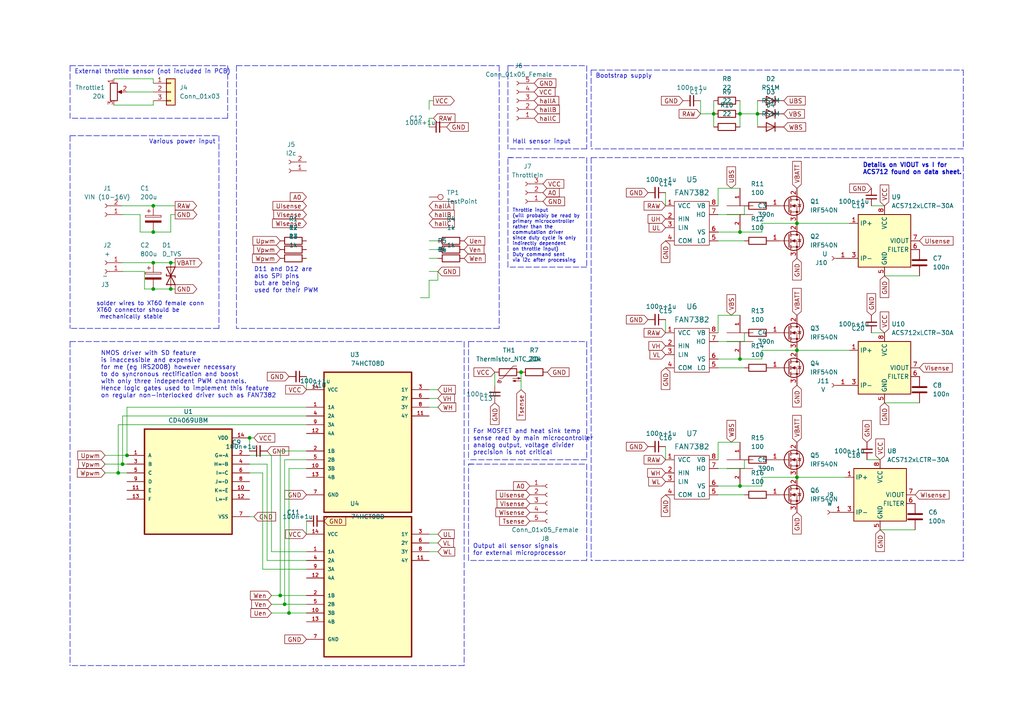
<source format=kicad_sch>
(kicad_sch (version 20211123) (generator eeschema)
  (paper "A4")
  (lib_symbols
    (symbol "74HCT08D:74HCT08D" (pin_names (offset 1.016))
      (property "Reference" "U" (at -5.1662 20.003 0))
      (property "Value" "74HCT08D" (at -4.0658 -27.3423 0))
      (symbol "74HCT08D_0_0"
        (pin input line (at -17.78 7.62 0) (length 5.08) (name "1A") (number "1"))
        (pin input line (at -17.78 -10.16 0) (length 5.08) (name "3B") (number "10"))
        (pin output line (at 17.78 5.08 180) (length 5.08) (name "4Y") (number "11"))
        (pin input line (at -17.78 0 0) (length 5.08) (name "4A") (number "12"))
        (pin input line (at -17.78 -12.7 0) (length 5.08) (name "4B") (number "13"))
        (pin power_in line (at -17.78 12.7 0) (length 5.08) (name "VCC") (number "14"))
        (pin input line (at -17.78 -5.08 0) (length 5.08) (name "1B") (number "2"))
        (pin output line (at 17.78 12.7 180) (length 5.08) (name "1Y") (number "3"))
        (pin input line (at -17.78 5.08 0) (length 5.08) (name "2A") (number "4"))
        (pin input line (at -17.78 -7.62 0) (length 5.08) (name "2B") (number "5"))
        (pin output line (at 17.78 10.16 180) (length 5.08) (name "2Y") (number "6"))
        (pin passive line (at -17.78 -17.78 0) (length 5.08) (name "GND") (number "7"))
        (pin output line (at 17.78 7.62 180) (length 5.08) (name "3Y") (number "8"))
        (pin input line (at -17.78 2.54 0) (length 5.08) (name "3A") (number "9"))
      )
    )
    (symbol "CD4069UBM:CD4069UBM" (pin_names (offset 1.016))
      (property "Reference" "U" (at -12.7 16.24 0))
      (property "Value" "CD4069UBM" (at -12.7 -19.24 0))
      (symbol "CD4069UBM_0_0"
        (pin input line (at -17.78 7.62 0) (length 5.08) (name "A") (number "1"))
        (pin output line (at 17.78 -2.54 180) (length 5.08) (name "K=~E") (number "10"))
        (pin input line (at -17.78 -2.54 0) (length 5.08) (name "E") (number "11"))
        (pin output line (at 17.78 -5.08 180) (length 5.08) (name "L=~F") (number "12"))
        (pin input line (at -17.78 -5.08 0) (length 5.08) (name "F") (number "13"))
        (pin power_in line (at 17.78 12.7 180) (length 5.08) (name "VDD") (number "14"))
        (pin output line (at 17.78 7.62 180) (length 5.08) (name "G=~A") (number "2"))
        (pin input line (at -17.78 5.08 0) (length 5.08) (name "B") (number "3"))
        (pin output line (at 17.78 5.08 180) (length 5.08) (name "H=~B") (number "4"))
        (pin input line (at -17.78 2.54 0) (length 5.08) (name "C") (number "5"))
        (pin output line (at 17.78 2.54 180) (length 5.08) (name "I=~C") (number "6"))
        (pin power_in line (at 17.78 -10.16 180) (length 5.08) (name "VSS") (number "7"))
        (pin output line (at 17.78 0 180) (length 5.08) (name "J=~D") (number "8"))
        (pin input line (at -17.78 0 0) (length 5.08) (name "D") (number "9"))
      )
    )
    (symbol "Connector:Conn_01x01_Female" (pin_names (offset 1.016) hide)
      (property "Reference" "J" (at 0 2.54 0))
      (property "Value" "Conn_01x01_Female" (at 0 -2.54 0))
      (symbol "Conn_01x01_Female_1_1"
        (pin passive line (at -5.08 0 0) (length 3.81) (name "Pin_1") (number "1"))
      )
    )
    (symbol "Connector:Conn_01x02_Female" (pin_names (offset 1.016) hide)
      (property "Reference" "J" (at 0 2.54 0))
      (property "Value" "Conn_01x02_Female" (at 0 -5.08 0))
      (symbol "Conn_01x02_Female_1_1"
        (pin passive line (at -5.08 0 0) (length 3.81) (name "Pin_1") (number "1"))
        (pin passive line (at -5.08 -2.54 0) (length 3.81) (name "Pin_2") (number "2"))
      )
    )
    (symbol "Connector:Conn_01x03_Female" (pin_names (offset 1.016) hide)
      (property "Reference" "J" (at 0 5.08 0))
      (property "Value" "Conn_01x03_Female" (at 0 -5.08 0))
      (symbol "Conn_01x03_Female_1_1"
        (pin passive line (at -5.08 2.54 0) (length 3.81) (name "Pin_1") (number "1"))
        (pin passive line (at -5.08 0 0) (length 3.81) (name "Pin_2") (number "2"))
        (pin passive line (at -5.08 -2.54 0) (length 3.81) (name "Pin_3") (number "3"))
      )
    )
    (symbol "Connector:Conn_01x05_Female" (pin_names (offset 1.016) hide)
      (property "Reference" "J" (at 0 7.62 0))
      (property "Value" "Conn_01x05_Female" (at 0 -7.62 0))
      (symbol "Conn_01x05_Female_1_1"
        (pin passive line (at -5.08 5.08 0) (length 3.81) (name "Pin_1") (number "1"))
        (pin passive line (at -5.08 2.54 0) (length 3.81) (name "Pin_2") (number "2"))
        (pin passive line (at -5.08 0 0) (length 3.81) (name "Pin_3") (number "3"))
        (pin passive line (at -5.08 -2.54 0) (length 3.81) (name "Pin_4") (number "4"))
        (pin passive line (at -5.08 -5.08 0) (length 3.81) (name "Pin_5") (number "5"))
      )
    )
    (symbol "Connector:TestPoint" (pin_numbers hide) (pin_names (offset 0.762) hide)
      (property "Reference" "TP" (at 0 6.858 0))
      (property "Value" "TestPoint" (at 0 5.08 0))
      (symbol "TestPoint_1_1"
        (pin passive line (at 0 0 90) (length 2.54) (name "1") (number "1"))
      )
    )
    (symbol "Connector_Generic:Conn_01x03" (pin_names (offset 1.016) hide)
      (property "Reference" "J" (at 0 5.08 0))
      (property "Value" "Conn_01x03" (at 0 -5.08 0))
      (symbol "Conn_01x03_1_1"
        (pin passive line (at -5.08 2.54 0) (length 3.81) (name "Pin_1") (number "1"))
        (pin passive line (at -5.08 0 0) (length 3.81) (name "Pin_2") (number "2"))
        (pin passive line (at -5.08 -2.54 0) (length 3.81) (name "Pin_3") (number "3"))
      )
    )
    (symbol "Device:C" (pin_numbers hide) (pin_names (offset 0.254))
      (property "Reference" "C" (at 0.635 2.54 0))
      (property "Value" "C" (at 0.635 -2.54 0))
      (symbol "C_1_1"
        (pin passive line (at 0 3.81 270) (length 2.794) (name "~") (number "1"))
        (pin passive line (at 0 -3.81 90) (length 2.794) (name "~") (number "2"))
      )
    )
    (symbol "Device:C_Polarized" (pin_numbers hide) (pin_names (offset 0.254))
      (property "Reference" "C" (at 0.635 2.54 0))
      (property "Value" "C_Polarized" (at 0.635 -2.54 0))
      (symbol "C_Polarized_1_1"
        (pin passive line (at 0 3.81 270) (length 2.794) (name "~") (number "1"))
        (pin passive line (at 0 -3.81 90) (length 2.794) (name "~") (number "2"))
      )
    )
    (symbol "Device:C_Small" (pin_numbers hide) (pin_names (offset 0.254) hide)
      (property "Reference" "C" (at 0.254 1.778 0))
      (property "Value" "C_Small" (at 0.254 -2.032 0))
      (symbol "C_Small_1_1"
        (pin passive line (at 0 2.54 270) (length 2.032) (name "~") (number "1"))
        (pin passive line (at 0 -2.54 90) (length 2.032) (name "~") (number "2"))
      )
    )
    (symbol "Device:D_TVS" (pin_numbers hide) (pin_names (offset 1.016) hide)
      (property "Reference" "D" (at 0 2.54 0))
      (property "Value" "D_TVS" (at 0 -2.54 0))
      (symbol "D_TVS_1_1"
        (pin passive line (at -3.81 0 0) (length 2.54) (name "A1") (number "1"))
        (pin passive line (at 3.81 0 180) (length 2.54) (name "A2") (number "2"))
      )
    )
    (symbol "Device:R" (pin_numbers hide) (pin_names (offset 0))
      (property "Reference" "R" (at 2.032 0 90))
      (property "Value" "R" (at 0 0 90))
      (symbol "R_1_1"
        (pin passive line (at 0 3.81 270) (length 1.27) (name "~") (number "1"))
        (pin passive line (at 0 -3.81 90) (length 1.27) (name "~") (number "2"))
      )
    )
    (symbol "Device:R_Potentiometer" (pin_names (offset 1.016) hide)
      (property "Reference" "RV" (at -4.445 0 90))
      (property "Value" "R_Potentiometer" (at -2.54 0 90))
      (symbol "R_Potentiometer_1_1"
        (pin passive line (at 0 3.81 270) (length 1.27) (name "1") (number "1"))
        (pin passive line (at 3.81 0 180) (length 1.27) (name "2") (number "2"))
        (pin passive line (at 0 -3.81 90) (length 1.27) (name "3") (number "3"))
      )
    )
    (symbol "Device:Thermistor_NTC" (pin_numbers hide) (pin_names (offset 0))
      (property "Reference" "TH" (at -4.445 0 90))
      (property "Value" "Thermistor_NTC" (at 3.175 0 90))
      (symbol "Thermistor_NTC_1_1"
        (pin passive line (at 0 3.81 270) (length 1.27) (name "~") (number "1"))
        (pin passive line (at 0 -3.81 90) (length 1.27) (name "~") (number "2"))
      )
    )
    (symbol "Diode:1N4007" (pin_numbers hide) (pin_names (offset 1.016) hide)
      (property "Reference" "D" (at 0 2.54 0))
      (property "Value" "1N4007" (at 0 -2.54 0))
      (symbol "1N4007_1_1"
        (pin passive line (at -3.81 0 0) (length 2.54) (name "K") (number "1"))
        (pin passive line (at 3.81 0 180) (length 2.54) (name "A") (number "2"))
      )
    )
    (symbol "Sensor_Current:ACS712xLCTR-30A"
      (property "Reference" "U" (at 2.54 11.43 0))
      (property "Value" "ACS712xLCTR-30A" (at 2.54 8.89 0))
      (symbol "ACS712xLCTR-30A_1_1"
        (pin passive line (at -10.16 5.08 0) (length 2.54) (name "IP+") (number "1"))
        (pin passive line (at -10.16 5.08 0) (length 2.54) hide (name "IP+") (number "2"))
        (pin passive line (at -10.16 -5.08 0) (length 2.54) (name "IP-") (number "3"))
        (pin passive line (at -10.16 -5.08 0) (length 2.54) hide (name "IP-") (number "4"))
        (pin power_in line (at 0 -10.16 90) (length 2.54) (name "GND") (number "5"))
        (pin passive line (at 10.16 -2.54 180) (length 2.54) (name "FILTER") (number "6"))
        (pin output line (at 10.16 0 180) (length 2.54) (name "VIOUT") (number "7"))
        (pin power_in line (at 0 10.16 270) (length 2.54) (name "VCC") (number "8"))
      )
    )
    (symbol "Transistor_FET:IRF540N" (pin_names hide)
      (property "Reference" "Q" (at 6.35 1.905 0))
      (property "Value" "IRF540N" (at 6.35 0 0))
      (symbol "IRF540N_1_1"
        (pin input line (at -5.08 0 0) (length 2.54) (name "G") (number "1"))
        (pin passive line (at 2.54 5.08 270) (length 2.54) (name "D") (number "2"))
        (pin passive line (at 2.54 -5.08 90) (length 2.54) (name "S") (number "3"))
      )
    )
    (symbol "pspice:C" (pin_names (offset 0.254))
      (property "Reference" "C" (at 2.54 3.81 90))
      (property "Value" "C" (at 2.54 -3.81 90))
      (symbol "C_1_1"
        (pin passive line (at 0 6.35 270) (length 5.08) (name "~") (number "1"))
        (pin passive line (at 0 -6.35 90) (length 5.08) (name "~") (number "2"))
      )
    )
    (symbol "w_analog:FAN7382" (pin_names (offset 1.016))
      (property "Reference" "U" (at 0 10.16 0))
      (property "Value" "FAN7382" (at 0 7.62 0))
      (property "Datasheet" "/home/walter/Documents/Elettronica/DATA_SHEET/Elettronici/Integrati/Analogici/Drivers/FCD_FAN7382.pdf" (at 0 0 0))
      (symbol "FAN7382_1_1"
        (pin passive line (at -7.62 5.08 0) (length 2.54) (name "VCC") (number "1"))
        (pin passive line (at -7.62 1.27 0) (length 2.54) (name "HIN") (number "2"))
        (pin passive line (at -7.62 -1.27 0) (length 2.54) (name "LIN") (number "3"))
        (pin passive line (at -7.62 -5.08 0) (length 2.54) (name "COM") (number "4"))
        (pin passive line (at 7.62 -5.08 180) (length 2.54) (name "LO") (number "5"))
        (pin passive line (at 7.62 -2.54 180) (length 2.54) (name "VS") (number "6"))
        (pin passive line (at 7.62 2.54 180) (length 2.54) (name "HO") (number "7"))
        (pin passive line (at 7.62 5.08 180) (length 2.54) (name "VB") (number "8"))
      )
    )
  )
  (junction (at 83.82 177.8))
  (junction (at 151.13 107.95))
  (junction (at 44.45 59.69))
  (junction (at 44.45 83.82))
  (junction (at 214.63 33.02))
  (junction (at 207.01 33.02))
  (junction (at 231.14 101.6))
  (junction (at 49.53 76.2))
  (junction (at 214.63 140.97))
  (junction (at 214.63 104.14))
  (junction (at 34.29 137.16))
  (junction (at 36.83 132.08))
  (junction (at 231.14 64.77))
  (junction (at 231.14 138.43))
  (junction (at 44.45 76.2))
  (junction (at 81.28 172.72))
  (junction (at 219.71 33.02))
  (junction (at 214.63 67.31))
  (junction (at 35.56 134.62))
  (junction (at 72.39 127))
  (junction (at 44.45 67.31))
  (junction (at 49.53 83.82))
  (junction (at 82.55 175.26))
  (wire (pts (xy 214.63 33.02) (xy 219.71 33.02)))
  (wire (pts (xy 193.04 59.69) (xy 193.04 55.88)))
  (wire (pts (xy 127 157.48) (xy 124.46 157.48)))
  (polyline (pts (xy 134.62 193.04) (xy 20.32 193.04)))
  (polyline (pts (xy 63.5 95.25) (xy 20.32 95.25)))
  (wire (pts (xy 207.01 33.02) (xy 207.01 36.83)))
  (wire (pts (xy 40.64 67.31) (xy 44.45 67.31)))
  (wire (pts (xy 83.82 135.89) (xy 88.9 135.89)))
  (wire (pts (xy 208.28 91.44) (xy 214.63 91.44)))
  (wire (pts (xy 78.74 177.8) (xy 83.82 177.8)))
  (wire (pts (xy 151.13 107.95) (xy 151.13 113.03)))
  (wire (pts (xy 255.27 153.67) (xy 265.43 153.67)))
  (polyline (pts (xy 170.18 99.06) (xy 170.18 133.35)))
  (polyline (pts (xy 20.32 39.37) (xy 63.5 39.37)))
  (wire (pts (xy 208.28 91.44) (xy 208.28 96.52)))
  (wire (pts (xy 127 81.28) (xy 124.46 81.28)))
  (wire (pts (xy 81.28 172.72) (xy 88.9 172.72)))
  (wire (pts (xy 208.28 128.27) (xy 208.28 133.35)))
  (wire (pts (xy 215.9 99.06) (xy 215.9 96.52)))
  (wire (pts (xy 220.98 140.97) (xy 220.98 138.43)))
  (polyline (pts (xy 171.45 20.32) (xy 171.45 43.18)))
  (wire (pts (xy 220.98 64.77) (xy 231.14 64.77)))
  (wire (pts (xy 214.63 33.02) (xy 214.63 36.83)))
  (wire (pts (xy 252.73 96.52) (xy 256.54 96.52)))
  (wire (pts (xy 193.04 133.35) (xy 193.04 129.54)))
  (polyline (pts (xy 20.32 99.06) (xy 20.32 193.04)))
  (wire (pts (xy 220.98 101.6) (xy 231.14 101.6)))
  (wire (pts (xy 44.45 29.21) (xy 44.45 30.48)))
  (wire (pts (xy 34.29 137.16) (xy 34.29 123.19)))
  (wire (pts (xy 256.54 116.84) (xy 266.7 116.84)))
  (wire (pts (xy 44.45 59.69) (xy 35.56 59.69)))
  (wire (pts (xy 208.28 99.06) (xy 215.9 99.06)))
  (wire (pts (xy 36.83 26.67) (xy 44.45 26.67)))
  (polyline (pts (xy 66.04 19.05) (xy 66.04 34.29)))
  (wire (pts (xy 208.28 128.27) (xy 214.63 128.27)))
  (polyline (pts (xy 20.32 19.05) (xy 66.04 19.05)))
  (wire (pts (xy 41.91 83.82) (xy 44.45 83.82)))
  (wire (pts (xy 220.98 104.14) (xy 220.98 101.6)))
  (polyline (pts (xy 171.45 20.32) (xy 279.4 20.32)))
  (wire (pts (xy 49.53 76.2) (xy 44.45 76.2)))
  (wire (pts (xy 127 78.74) (xy 124.46 78.74)))
  (polyline (pts (xy 147.32 19.05) (xy 147.32 43.18)))
  (wire (pts (xy 124.46 86.36) (xy 121.92 86.36)))
  (wire (pts (xy 127 69.85) (xy 124.46 69.85)))
  (wire (pts (xy 82.55 175.26) (xy 82.55 133.35)))
  (wire (pts (xy 127 78.74) (xy 127 81.28)))
  (wire (pts (xy 83.82 177.8) (xy 88.9 177.8)))
  (wire (pts (xy 72.39 132.08) (xy 78.74 132.08)))
  (wire (pts (xy 82.55 175.26) (xy 88.9 175.26)))
  (wire (pts (xy 208.28 69.85) (xy 215.9 69.85)))
  (polyline (pts (xy 147.32 45.72) (xy 148.59 45.72)))
  (polyline (pts (xy 144.78 19.05) (xy 144.78 95.25)))
  (wire (pts (xy 83.82 135.89) (xy 83.82 177.8)))
  (polyline (pts (xy 135.89 162.56) (xy 135.89 134.62)))
  (wire (pts (xy 76.2 137.16) (xy 76.2 165.1)))
  (wire (pts (xy 36.83 132.08) (xy 36.83 118.11)))
  (wire (pts (xy 50.8 59.69) (xy 44.45 59.69)))
  (wire (pts (xy 208.28 67.31) (xy 214.63 67.31)))
  (wire (pts (xy 214.63 29.21) (xy 214.63 33.02)))
  (wire (pts (xy 143.51 107.95) (xy 143.51 111.76)))
  (polyline (pts (xy 170.18 134.62) (xy 170.18 162.56)))
  (wire (pts (xy 34.29 123.19) (xy 88.9 123.19)))
  (wire (pts (xy 251.46 133.35) (xy 255.27 133.35)))
  (wire (pts (xy 220.98 67.31) (xy 220.98 64.77)))
  (wire (pts (xy 215.9 62.23) (xy 215.9 59.69)))
  (wire (pts (xy 208.28 106.68) (xy 215.9 106.68)))
  (wire (pts (xy 124.46 29.21) (xy 124.46 31.75)))
  (wire (pts (xy 30.48 132.08) (xy 36.83 132.08)))
  (wire (pts (xy 35.56 78.74) (xy 41.91 78.74)))
  (polyline (pts (xy 68.58 19.05) (xy 68.58 95.25)))
  (wire (pts (xy 88.9 151.13) (xy 88.9 154.94)))
  (polyline (pts (xy 144.78 95.25) (xy 68.58 95.25)))
  (wire (pts (xy 208.28 54.61) (xy 214.63 54.61)))
  (wire (pts (xy 35.56 62.23) (xy 40.64 62.23)))
  (wire (pts (xy 78.74 175.26) (xy 82.55 175.26)))
  (polyline (pts (xy 135.89 99.06) (xy 135.89 133.35)))
  (wire (pts (xy 208.28 54.61) (xy 208.28 59.69)))
  (wire (pts (xy 49.53 62.23) (xy 50.8 62.23)))
  (polyline (pts (xy 170.18 45.72) (xy 170.18 77.47)))
  (wire (pts (xy 35.56 134.62) (xy 35.56 120.65)))
  (polyline (pts (xy 279.4 45.72) (xy 279.4 162.56)))
  (polyline (pts (xy 171.45 45.72) (xy 279.4 45.72)))
  (wire (pts (xy 77.47 162.56) (xy 88.9 162.56)))
  (wire (pts (xy 124.46 34.29) (xy 124.46 36.83)))
  (wire (pts (xy 40.64 62.23) (xy 40.64 67.31)))
  (polyline (pts (xy 134.62 99.06) (xy 134.62 193.04)))
  (wire (pts (xy 49.53 67.31) (xy 49.53 62.23)))
  (wire (pts (xy 35.56 120.65) (xy 88.9 120.65)))
  (wire (pts (xy 127 72.39) (xy 124.46 72.39)))
  (polyline (pts (xy 20.32 19.05) (xy 20.32 34.29)))
  (wire (pts (xy 72.39 149.86) (xy 73.66 149.86)))
  (polyline (pts (xy 147.32 19.05) (xy 170.18 19.05)))
  (wire (pts (xy 78.74 132.08) (xy 78.74 160.02)))
  (wire (pts (xy 214.63 67.31) (xy 220.98 67.31)))
  (polyline (pts (xy 63.5 39.37) (xy 63.5 95.25)))
  (polyline (pts (xy 170.18 162.56) (xy 135.89 162.56)))
  (wire (pts (xy 50.8 76.2) (xy 49.53 76.2)))
  (wire (pts (xy 252.73 59.69) (xy 256.54 59.69)))
  (polyline (pts (xy 135.89 134.62) (xy 137.16 134.62)))
  (wire (pts (xy 256.54 80.01) (xy 266.7 80.01)))
  (wire (pts (xy 49.53 83.82) (xy 50.8 83.82)))
  (wire (pts (xy 72.39 137.16) (xy 76.2 137.16)))
  (wire (pts (xy 208.28 135.89) (xy 215.9 135.89)))
  (polyline (pts (xy 170.18 133.35) (xy 135.89 133.35)))
  (wire (pts (xy 35.56 134.62) (xy 36.83 134.62)))
  (polyline (pts (xy 279.4 162.56) (xy 171.45 162.56)))
  (wire (pts (xy 203.2 33.02) (xy 207.01 33.02)))
  (wire (pts (xy 127 113.03) (xy 124.46 113.03)))
  (wire (pts (xy 44.45 76.2) (xy 35.56 76.2)))
  (polyline (pts (xy 147.32 45.72) (xy 170.18 45.72)))
  (wire (pts (xy 231.14 64.77) (xy 246.38 64.77)))
  (wire (pts (xy 215.9 135.89) (xy 215.9 133.35)))
  (wire (pts (xy 127 115.57) (xy 124.46 115.57)))
  (wire (pts (xy 193.04 96.52) (xy 193.04 92.71)))
  (polyline (pts (xy 171.45 45.72) (xy 171.45 162.56)))
  (wire (pts (xy 208.28 62.23) (xy 215.9 62.23)))
  (polyline (pts (xy 135.89 99.06) (xy 170.18 99.06)))
  (wire (pts (xy 219.71 29.21) (xy 219.71 33.02)))
  (wire (pts (xy 208.28 140.97) (xy 214.63 140.97)))
  (wire (pts (xy 78.74 172.72) (xy 81.28 172.72)))
  (polyline (pts (xy 66.04 34.29) (xy 20.32 34.29)))
  (wire (pts (xy 127 74.93) (xy 124.46 74.93)))
  (wire (pts (xy 203.2 33.02) (xy 203.2 29.21)))
  (wire (pts (xy 82.55 133.35) (xy 88.9 133.35)))
  (wire (pts (xy 44.45 67.31) (xy 49.53 67.31)))
  (wire (pts (xy 88.9 113.03) (xy 88.9 109.22)))
  (wire (pts (xy 41.91 78.74) (xy 41.91 83.82)))
  (wire (pts (xy 125.73 29.21) (xy 124.46 29.21)))
  (wire (pts (xy 33.02 30.48) (xy 44.45 30.48)))
  (polyline (pts (xy 170.18 77.47) (xy 147.32 77.47)))
  (wire (pts (xy 214.63 140.97) (xy 220.98 140.97)))
  (wire (pts (xy 36.83 118.11) (xy 88.9 118.11)))
  (polyline (pts (xy 20.32 99.06) (xy 134.62 99.06)))
  (polyline (pts (xy 170.18 19.05) (xy 170.18 43.18)))
  (wire (pts (xy 77.47 134.62) (xy 77.47 162.56)))
  (polyline (pts (xy 147.32 77.47) (xy 147.32 45.72)))
  (wire (pts (xy 76.2 165.1) (xy 88.9 165.1)))
  (wire (pts (xy 125.73 34.29) (xy 124.46 34.29)))
  (wire (pts (xy 30.48 134.62) (xy 35.56 134.62)))
  (wire (pts (xy 220.98 138.43) (xy 231.14 138.43)))
  (wire (pts (xy 34.29 137.16) (xy 36.83 137.16)))
  (wire (pts (xy 127 160.02) (xy 124.46 160.02)))
  (polyline (pts (xy 20.32 39.37) (xy 20.32 95.25)))
  (wire (pts (xy 219.71 33.02) (xy 219.71 36.83)))
  (wire (pts (xy 30.48 137.16) (xy 34.29 137.16)))
  (wire (pts (xy 72.39 127) (xy 72.39 130.81)))
  (wire (pts (xy 231.14 138.43) (xy 245.11 138.43)))
  (wire (pts (xy 231.14 101.6) (xy 246.38 101.6)))
  (wire (pts (xy 78.74 160.02) (xy 88.9 160.02)))
  (polyline (pts (xy 170.18 43.18) (xy 147.32 43.18)))
  (wire (pts (xy 127 154.94) (xy 124.46 154.94)))
  (wire (pts (xy 81.28 130.81) (xy 88.9 130.81)))
  (wire (pts (xy 127 118.11) (xy 124.46 118.11)))
  (wire (pts (xy 44.45 22.86) (xy 44.45 24.13)))
  (polyline (pts (xy 279.4 20.32) (xy 279.4 43.18)))
  (wire (pts (xy 44.45 83.82) (xy 49.53 83.82)))
  (wire (pts (xy 72.39 134.62) (xy 77.47 134.62)))
  (polyline (pts (xy 279.4 43.18) (xy 171.45 43.18)))
  (wire (pts (xy 81.28 172.72) (xy 81.28 130.81)))
  (wire (pts (xy 214.63 104.14) (xy 220.98 104.14)))
  (wire (pts (xy 124.46 81.28) (xy 124.46 86.36)))
  (polyline (pts (xy 68.58 19.05) (xy 144.78 19.05)))
  (wire (pts (xy 33.02 22.86) (xy 44.45 22.86)))
  (polyline (pts (xy 135.89 134.62) (xy 170.18 134.62)))
  (wire (pts (xy 208.28 143.51) (xy 215.9 143.51)))
  (wire (pts (xy 208.28 104.14) (xy 214.63 104.14)))
  (wire (pts (xy 73.66 127) (xy 72.39 127)))
  (wire (pts (xy 207.01 29.21) (xy 207.01 33.02)))
  (text "Hall sensor input\n" (at 148.59 41.91 0) (effects (font (size 1.27 1.27)) (justify left bottom)))
  (text "D11 and D12 are \nalso SPI pins\nbut are being \nused for their PWM" (at 73.66 85.09 0) (effects (font (size 1.27 1.27)) (justify left bottom)))
  (text "Throttle input\n(will probably be read by\nprimary microcontroller\nrather than the \ncommutation driver\nsince duty cycle is only \nindirectly dependent \non throttle input)\nDuty command sent\nvia i2c after processing\n" (at 148.59 76.2 0) (effects (font (size 1 1)) (justify left bottom)))
  (text "Output all sensor signals \nfor external microprocessor\n" (at 137.16 161.29 0) (effects (font (size 1.27 1.27)) (justify left bottom)))
  (text "solder wires to XT60 female conn\nXT60 connector should be\n mechanically stable" (at 27.94 92.71 0) (effects (font (size 1.2 1.2)) (justify left bottom)))
  (text "For MOSFET and heat sink temp\nsense read by main microcontroller\nanalog output, voltage divider\nprecision is not critical" (at 137.16 132.08 0) (effects (font (size 1.27 1.27)) (justify left bottom)))
  (text "Bootstrap supply\n" (at 172.72 22.86 0) (effects (font (size 1.27 1.27)) (justify left bottom)))
  (text "External throttle sensor (not included in PCB)" (at 21.59 21.59 0) (effects (font (size 1.27 1.27)) (justify left bottom)))
  (text "Details on VIOUT vs I for\nACS712 found on data sheet." (at 250.19 50.8 0) (effects (font (size 1.27 1.27) (thickness 0.254) bold) (justify left bottom)))
  (text "Various power input\n" (at 43.18 41.91 0) (effects (font (size 1.27 1.27)) (justify left bottom)))
  (text "NMOS driver with SD feature\nis inaccessible and expensive\nfor me (eg IRS2008) however necessary \nto do syncronous rectification and boost\nwith only three independent PWM channels.\nHence logic gates used to implement this feature\non regular non-interlocked driver such as FAN7382\n" (at 29.21 115.57 0) (effects (font (size 1.27 1.27)) (justify left bottom)))
  (global_label "GND" (shape input) (at 127 78.74 0) (property "Intersheet References" "${INTERSHEET_REFS}" (effects hide)))
  (global_label "GND" (shape input) (at 256.54 80.01 270) (property "Intersheet References" "${INTERSHEET_REFS}" (effects hide)))
  (global_label "RAW" (shape output) (at 50.8 59.69 0) (property "Intersheet References" "${INTERSHEET_REFS}" (effects hide)))
  (global_label "VIsense" (shape input) (at 266.7 106.68 0) (property "Intersheet References" "${INTERSHEET_REFS}" (effects hide)))
  (global_label "WL" (shape input) (at 193.04 139.7 180) (property "Intersheet References" "${INTERSHEET_REFS}" (effects hide)))
  (global_label "Vpwm" (shape input) (at 30.48 134.62 180) (property "Intersheet References" "${INTERSHEET_REFS}" (effects hide)))
  (global_label "VBATT" (shape input) (at 231.14 54.61 90) (property "Intersheet References" "${INTERSHEET_REFS}" (effects hide)))
  (global_label "VCC" (shape input) (at 143.51 107.95 180) (property "Intersheet References" "${INTERSHEET_REFS}" (effects hide)))
  (global_label "VH" (shape input) (at 193.04 100.33 180) (property "Intersheet References" "${INTERSHEET_REFS}" (effects hide)))
  (global_label "VCC" (shape input) (at 154.94 26.67 0) (property "Intersheet References" "${INTERSHEET_REFS}" (effects hide)))
  (global_label "Wpwm" (shape input) (at 81.28 74.93 180) (property "Intersheet References" "${INTERSHEET_REFS}" (effects hide)))
  (global_label "Upwm" (shape input) (at 81.28 69.85 180) (property "Intersheet References" "${INTERSHEET_REFS}" (effects hide)))
  (global_label "GND" (shape input) (at 158.75 107.95 0) (property "Intersheet References" "${INTERSHEET_REFS}" (effects hide)))
  (global_label "hallC" (shape input) (at 124.46 64.77 0) (property "Intersheet References" "${INTERSHEET_REFS}" (effects hide)))
  (global_label "VIsense" (shape input) (at 153.67 146.05 180) (property "Intersheet References" "${INTERSHEET_REFS}" (effects hide)))
  (global_label "GND" (shape input) (at 251.46 128.27 90) (property "Intersheet References" "${INTERSHEET_REFS}" (effects hide)))
  (global_label "VBATT" (shape input) (at 231.14 128.27 90) (property "Intersheet References" "${INTERSHEET_REFS}" (effects hide)))
  (global_label "GND" (shape input) (at 252.73 91.44 90) (property "Intersheet References" "${INTERSHEET_REFS}" (effects hide)))
  (global_label "WH" (shape input) (at 127 118.11 0) (property "Intersheet References" "${INTERSHEET_REFS}" (effects hide)))
  (global_label "GND" (shape input) (at 88.9 143.51 180) (property "Intersheet References" "${INTERSHEET_REFS}" (effects hide)))
  (global_label "Ven" (shape input) (at 78.74 175.26 180) (property "Intersheet References" "${INTERSHEET_REFS}" (effects hide)))
  (global_label "RAW" (shape input) (at 193.04 59.69 180) (property "Intersheet References" "${INTERSHEET_REFS}" (effects hide)))
  (global_label "VBS" (shape input) (at 212.09 91.44 90) (property "Intersheet References" "${INTERSHEET_REFS}" (effects hide)))
  (global_label "hallA" (shape input) (at 124.46 59.69 0) (property "Intersheet References" "${INTERSHEET_REFS}" (effects hide)))
  (global_label "A0" (shape input) (at 153.67 140.97 180) (property "Intersheet References" "${INTERSHEET_REFS}" (effects hide)))
  (global_label "Wen" (shape input) (at 134.62 74.93 0) (property "Intersheet References" "${INTERSHEET_REFS}" (effects hide)))
  (global_label "WIsense" (shape input) (at 88.9 64.77 180) (property "Intersheet References" "${INTERSHEET_REFS}" (effects hide)))
  (global_label "GND" (shape output) (at 50.8 62.23 0) (property "Intersheet References" "${INTERSHEET_REFS}" (effects hide)))
  (global_label "GND" (shape input) (at 231.14 74.93 270) (property "Intersheet References" "${INTERSHEET_REFS}" (effects hide)))
  (global_label "hallB" (shape input) (at 154.94 31.75 0) (property "Intersheet References" "${INTERSHEET_REFS}" (effects hide)))
  (global_label "GND" (shape output) (at 50.8 83.82 0) (property "Intersheet References" "${INTERSHEET_REFS}" (effects hide)))
  (global_label "UH" (shape input) (at 193.04 63.5 180) (property "Intersheet References" "${INTERSHEET_REFS}" (effects hide)))
  (global_label "VCC" (shape input) (at 73.66 127 0) (property "Intersheet References" "${INTERSHEET_REFS}" (effects hide)))
  (global_label "UBS" (shape input) (at 212.09 54.61 90) (property "Intersheet References" "${INTERSHEET_REFS}" (effects hide)))
  (global_label "Vpwm" (shape input) (at 81.28 72.39 180) (property "Intersheet References" "${INTERSHEET_REFS}" (effects hide)))
  (global_label "A0" (shape input) (at 88.9 57.15 180) (property "Intersheet References" "${INTERSHEET_REFS}" (effects hide)))
  (global_label "VCC" (shape input) (at 88.9 154.94 180) (property "Intersheet References" "${INTERSHEET_REFS}" (effects hide)))
  (global_label "UIsense" (shape input) (at 153.67 143.51 180) (property "Intersheet References" "${INTERSHEET_REFS}" (effects hide)))
  (global_label "GND" (shape input) (at 255.27 153.67 270) (property "Intersheet References" "${INTERSHEET_REFS}" (effects hide)))
  (global_label "A0" (shape input) (at 157.48 55.88 0) (property "Intersheet References" "${INTERSHEET_REFS}" (effects hide)))
  (global_label "VH" (shape input) (at 127 115.57 0) (property "Intersheet References" "${INTERSHEET_REFS}" (effects hide)))
  (global_label "VCC" (shape input) (at 88.9 113.03 180) (property "Intersheet References" "${INTERSHEET_REFS}" (effects hide)))
  (global_label "GND" (shape input) (at 252.73 54.61 180) (property "Intersheet References" "${INTERSHEET_REFS}" (effects hide)))
  (global_label "Tsense" (shape input) (at 151.13 113.03 270) (property "Intersheet References" "${INTERSHEET_REFS}" (effects hide)))
  (global_label "Uen" (shape input) (at 134.62 69.85 0) (property "Intersheet References" "${INTERSHEET_REFS}" (effects hide)))
  (global_label "GND" (shape input) (at 193.04 69.85 270) (property "Intersheet References" "${INTERSHEET_REFS}" (effects hide)))
  (global_label "Upwm" (shape input) (at 30.48 132.08 180) (property "Intersheet References" "${INTERSHEET_REFS}" (effects hide)))
  (global_label "RAW" (shape input) (at 203.2 33.02 180) (property "Intersheet References" "${INTERSHEET_REFS}" (effects hide)))
  (global_label "RAW" (shape input) (at 193.04 96.52 180) (property "Intersheet References" "${INTERSHEET_REFS}" (effects hide)))
  (global_label "WL" (shape input) (at 127 160.02 0) (property "Intersheet References" "${INTERSHEET_REFS}" (effects hide)))
  (global_label "VIsense" (shape input) (at 88.9 62.23 180) (property "Intersheet References" "${INTERSHEET_REFS}" (effects hide)))
  (global_label "GND" (shape input) (at 77.47 130.81 0) (property "Intersheet References" "${INTERSHEET_REFS}" (effects hide)))
  (global_label "VCC" (shape input) (at 157.48 53.34 0) (property "Intersheet References" "${INTERSHEET_REFS}" (effects hide)))
  (global_label "GND" (shape input) (at 198.12 29.21 180) (property "Intersheet References" "${INTERSHEET_REFS}" (effects hide)))
  (global_label "Wpwm" (shape input) (at 30.48 137.16 180) (property "Intersheet References" "${INTERSHEET_REFS}" (effects hide)))
  (global_label "GND" (shape input) (at 83.82 109.22 180) (property "Intersheet References" "${INTERSHEET_REFS}" (effects hide)))
  (global_label "GND" (shape input) (at 143.51 116.84 270) (property "Intersheet References" "${INTERSHEET_REFS}" (effects hide)))
  (global_label "VCC" (shape output) (at 125.73 29.21 0) (property "Intersheet References" "${INTERSHEET_REFS}" (effects hide)))
  (global_label "GND" (shape input) (at 187.96 55.88 180) (property "Intersheet References" "${INTERSHEET_REFS}" (effects hide)))
  (global_label "VCC" (shape input) (at 256.54 59.69 90) (property "Intersheet References" "${INTERSHEET_REFS}" (effects hide)))
  (global_label "UL" (shape input) (at 127 154.94 0) (property "Intersheet References" "${INTERSHEET_REFS}" (effects hide)))
  (global_label "Wen" (shape input) (at 78.74 172.72 180) (property "Intersheet References" "${INTERSHEET_REFS}" (effects hide)))
  (global_label "Ven" (shape input) (at 134.62 72.39 0) (property "Intersheet References" "${INTERSHEET_REFS}" (effects hide)))
  (global_label "RAW" (shape input) (at 193.04 133.35 180) (property "Intersheet References" "${INTERSHEET_REFS}" (effects hide)))
  (global_label "WBS" (shape input) (at 227.33 36.83 0) (property "Intersheet References" "${INTERSHEET_REFS}" (effects hide)))
  (global_label "hallA" (shape input) (at 154.94 29.21 0) (property "Intersheet References" "${INTERSHEET_REFS}" (effects hide)))
  (global_label "VCC" (shape input) (at 255.27 133.35 90) (property "Intersheet References" "${INTERSHEET_REFS}" (effects hide)))
  (global_label "hallB" (shape input) (at 124.46 62.23 0) (property "Intersheet References" "${INTERSHEET_REFS}" (effects hide)))
  (global_label "GND" (shape input) (at 154.94 24.13 0) (property "Intersheet References" "${INTERSHEET_REFS}" (effects hide)))
  (global_label "GND" (shape input) (at 231.14 111.76 270) (property "Intersheet References" "${INTERSHEET_REFS}" (effects hide)))
  (global_label "GND" (shape input) (at 187.96 92.71 180) (property "Intersheet References" "${INTERSHEET_REFS}" (effects hide)))
  (global_label "GND" (shape input) (at 231.14 148.59 270) (property "Intersheet References" "${INTERSHEET_REFS}" (effects hide)))
  (global_label "UIsense" (shape input) (at 266.7 69.85 0) (property "Intersheet References" "${INTERSHEET_REFS}" (effects hide)))
  (global_label "RAW" (shape input) (at 125.73 34.29 0) (property "Intersheet References" "${INTERSHEET_REFS}" (effects hide)))
  (global_label "GND" (shape input) (at 193.04 143.51 270) (property "Intersheet References" "${INTERSHEET_REFS}" (effects hide)))
  (global_label "GND" (shape input) (at 193.04 106.68 270) (property "Intersheet References" "${INTERSHEET_REFS}" (effects hide)))
  (global_label "WIsense" (shape input) (at 265.43 143.51 0) (property "Intersheet References" "${INTERSHEET_REFS}" (effects hide)))
  (global_label "WIsense" (shape input) (at 153.67 148.59 180) (property "Intersheet References" "${INTERSHEET_REFS}" (effects hide)))
  (global_label "VL" (shape input) (at 127 157.48 0) (property "Intersheet References" "${INTERSHEET_REFS}" (effects hide)))
  (global_label "VCC" (shape input) (at 256.54 96.52 90) (property "Intersheet References" "${INTERSHEET_REFS}" (effects hide)))
  (global_label "Uen" (shape input) (at 78.74 177.8 180) (property "Intersheet References" "${INTERSHEET_REFS}" (effects hide)))
  (global_label "GND" (shape input) (at 88.9 185.42 180) (property "Intersheet References" "${INTERSHEET_REFS}" (effects hide)))
  (global_label "VBS" (shape input) (at 227.33 33.02 0) (property "Intersheet References" "${INTERSHEET_REFS}" (effects hide)))
  (global_label "GND" (shape input) (at 73.66 149.86 0) (property "Intersheet References" "${INTERSHEET_REFS}" (effects hide)))
  (global_label "GND" (shape input) (at 157.48 58.42 0) (property "Intersheet References" "${INTERSHEET_REFS}" (effects hide)))
  (global_label "GND" (shape input) (at 187.96 129.54 180) (property "Intersheet References" "${INTERSHEET_REFS}" (effects hide)))
  (global_label "VL" (shape input) (at 193.04 102.87 180) (property "Intersheet References" "${INTERSHEET_REFS}" (effects hide)))
  (global_label "UBS" (shape input) (at 227.33 29.21 0) (property "Intersheet References" "${INTERSHEET_REFS}" (effects hide)))
  (global_label "GND" (shape input) (at 256.54 116.84 270) (property "Intersheet References" "${INTERSHEET_REFS}" (effects hide)))
  (global_label "GND" (shape input) (at 129.54 36.83 0) (property "Intersheet References" "${INTERSHEET_REFS}" (effects hide)))
  (global_label "UL" (shape input) (at 193.04 66.04 180) (property "Intersheet References" "${INTERSHEET_REFS}" (effects hide)))
  (global_label "VBATT" (shape input) (at 231.14 91.44 90) (property "Intersheet References" "${INTERSHEET_REFS}" (effects hide)))
  (global_label "GND" (shape input) (at 93.98 151.13 0) (property "Intersheet References" "${INTERSHEET_REFS}" (effects hide)))
  (global_label "hallC" (shape input) (at 154.94 34.29 0) (property "Intersheet References" "${INTERSHEET_REFS}" (effects hide)))
  (global_label "UIsense" (shape input) (at 88.9 59.69 180) (property "Intersheet References" "${INTERSHEET_REFS}" (effects hide)))
  (global_label "UH" (shape input) (at 127 113.03 0) (property "Intersheet References" "${INTERSHEET_REFS}" (effects hide)))
  (global_label "Tsense" (shape input) (at 153.67 151.13 180) (property "Intersheet References" "${INTERSHEET_REFS}" (effects hide)))
  (global_label "WBS" (shape input) (at 212.09 128.27 90) (property "Intersheet References" "${INTERSHEET_REFS}" (effects hide)))
  (global_label "VBATT" (shape output) (at 50.8 76.2 0) (property "Intersheet References" "${INTERSHEET_REFS}" (effects hide)))
  (global_label "WH" (shape input) (at 193.04 137.16 180) (property "Intersheet References" "${INTERSHEET_REFS}" (effects hide)))
  (symbol (lib_id "Device:C_Polarized") (at 44.45 80.01 0) (unit 1)
    (property "Reference" "C2" (at 40.64 71.12 0) (effects (justify left)))
    (property "Value" "800u" (at 40.64 73.66 0) (effects (justify left)))
    (property "Footprint" "Capacitor_THT:CP_Axial_L10.0mm_D4.5mm_P15.00mm_Horizontal" (effects hide))
  )
  (symbol (lib_id "Device:C") (at 265.43 149.86 0) (unit 1)
    (property "Reference" "C6" (at 269.24 148.5899 0) (effects (justify left)))
    (property "Value" "100n" (at 269.24 151.1299 0) (effects (justify left)))
    (property "Footprint" "Capacitor_SMD:C_0603_1608Metric_Pad1.08x0.95mm_HandSolder" (effects hide))
  )
  (symbol (lib_id "74HCT08D:74HCT08D") (at 106.68 125.73 0) (unit 1)
    (property "Reference" "U3" (at 102.87 102.87 0))
    (property "Value" "74HCT08D" (at 106.68 105.41 0))
    (property "Footprint" "SOIC127P600X175-14N" (effects hide))
    (property "SUPPLIER" "NXP" (effects hide))
    (property "OC_FARNELL" "1085301" (effects hide))
    (property "MPN" "74HCT08D" (effects hide))
    (property "OC_NEWARK" "99K0538" (effects hide))
    (property "PACKAGE" "SOIC-14" (effects hide))
  )
  (symbol (lib_id "Connector:Conn_01x05_Female") (at 158.75 146.05 0) (unit 1)
    (property "Reference" "J8" (at 158.115 156.21 0))
    (property "Value" "Conn_01x05_Female" (at 158.115 153.67 0))
    (property "Footprint" "Connector_JST:JST_EH_B5B-EH-A_1x05_P2.50mm_Vertical" (effects hide))
  )
  (symbol (lib_id "Connector:Conn_01x01_Female") (at 240.03 148.59 180) (unit 1)
    (property "Reference" "J9" (at 240.665 143.51 0))
    (property "Value" "W" (at 240.665 146.05 0))
    (property "Footprint" "TestPoint:TestPoint_Loop_D3.80mm_Drill2.5mm" (effects hide))
  )
  (symbol (lib_id "pspice:C") (at 214.63 134.62 0) (unit 1)
    (property "Reference" "C5" (at 219.71 133.3499 0) (effects (justify left)))
    (property "Value" "390n" (at 219.71 135.8899 0) (effects (justify left)))
    (property "Footprint" "Capacitor_THT:C_Rect_L7.0mm_W4.5mm_P5.00mm" (effects hide))
  )
  (symbol (lib_id "Connector:Conn_01x01_Female") (at 30.48 78.74 180) (unit 1)
    (property "Reference" "J3" (at 30.48 82.55 0))
    (property "Value" "-" (at 30.48 80.01 0))
    (property "Footprint" "TestPoint:TestPoint_Loop_D3.80mm_Drill2.5mm" (effects hide))
  )
  (symbol (lib_id "Connector:Conn_01x02_Female") (at 83.82 49.53 180) (unit 1)
    (property "Reference" "J5" (at 84.455 41.91 0))
    (property "Value" "I2c" (at 84.455 44.45 0))
    (property "Footprint" "Connector_JST:JST_EH_B2B-EH-A_1x02_P2.50mm_Vertical" (effects hide))
  )
  (symbol (lib_id "Device:C_Small") (at 143.51 114.3 180) (unit 1)
    (property "Reference" "C13" (at 140.97 115.57 0))
    (property "Value" "100n+1u" (at 139.7 114.3 0))
    (property "Footprint" "Capacitor_SMD:Dual Capacitor SMD 0603 and 0805_HandSolder" (effects hide))
  )
  (symbol (lib_id "pspice:C") (at 214.63 97.79 0) (unit 1)
    (property "Reference" "C4" (at 219.71 96.5199 0) (effects (justify left)))
    (property "Value" "390n" (at 219.71 99.0599 0) (effects (justify left)))
    (property "Footprint" "Capacitor_THT:C_Rect_L7.0mm_W4.5mm_P5.00mm" (effects hide))
  )
  (symbol (lib_id "w_analog:FAN7382") (at 200.66 101.6 0) (unit 1)
    (property "Reference" "U6" (at 200.66 88.9 0) (effects (font (size 1.524 1.524))))
    (property "Value" "FAN7382" (at 200.66 92.71 0) (effects (font (size 1.524 1.524))))
    (property "Footprint" "libraries i added:DIP762W52P254L1016H469Q8" (effects hide))
    (property "Datasheet" "/home/walter/Documents/Elettronica/DATA_SHEET/Elettronici/Integrati/Analogici/Drivers/FCD_FAN7382.pdf" (effects hide))
  )
  (symbol (lib_id "pspice:C") (at 214.63 60.96 0) (unit 1)
    (property "Reference" "C3" (at 219.71 59.6899 0) (effects (justify left)))
    (property "Value" "390n" (at 219.71 62.2299 0) (effects (justify left)))
    (property "Footprint" "Capacitor_THT:C_Rect_L7.0mm_W4.5mm_P5.00mm" (effects hide))
  )
  (symbol (lib_id "Device:R") (at 85.09 69.85 90) (unit 1)
    (property "Reference" "R1" (at 85.09 63.5 90))
    (property "Value" "1k" (at 85.09 66.04 90))
    (property "Footprint" "Resistor_SMD:R_1206_3216Metric_Pad1.30x1.75mm_HandSolder" (effects hide))
  )
  (symbol (lib_id "Device:R") (at 210.82 36.83 270) (unit 1)
    (property "Reference" "R10" (at 210.82 30.48 90))
    (property "Value" "22" (at 210.82 33.02 90))
    (property "Footprint" "Resistor_SMD:R_0805_2012Metric_Pad1.20x1.40mm_HandSolder" (effects hide))
  )
  (symbol (lib_id "Diode:1N4007") (at 223.52 36.83 180) (unit 1)
    (property "Reference" "D4" (at 223.52 30.48 0))
    (property "Value" "RS1M" (at 223.52 33.02 0))
    (property "Footprint" "Diode_SMD:D_3220_8050Metric_Pad2.65x5.15mm_HandSolder" (effects hide))
    (property "Datasheet" "https://www.onsemi.com/pdf/datasheet/rs1m-d.pdf" (effects hide))
  )
  (symbol (lib_id "Device:C_Small") (at 91.44 151.13 90) (unit 1)
    (property "Reference" "C11" (at 85.09 148.59 90))
    (property "Value" "100n+1u" (at 86.36 149.86 90))
    (property "Footprint" "Capacitor_SMD:Dual Capacitor SMD 0603 and 0805_HandSolder" (effects hide))
  )
  (symbol (lib_id "Device:R_Potentiometer") (at 33.02 26.67 0) (unit 1)
    (property "Reference" "Throttle1" (at 30.48 25.3999 0) (effects (justify right)))
    (property "Value" "20k" (at 30.48 27.9399 0) (effects (justify right)))
  )
  (symbol (lib_id "Device:D_TVS") (at 49.53 80.01 90) (unit 1)
    (property "Reference" "D1" (at 46.99 71.12 90) (effects (justify right)))
    (property "Value" "D_TVS" (at 46.99 73.66 90) (effects (justify right)))
    (property "Footprint" "Diode_SMD:D_0805_2012Metric_Pad1.15x1.40mm_HandSolder" (effects hide))
  )
  (symbol (lib_id "Sensor_Current:ACS712xLCTR-30A") (at 256.54 106.68 0) (unit 1)
    (property "Reference" "U10" (at 258.5594 93.98 0) (effects (justify left)))
    (property "Value" "ACS712xLCTR-30A" (at 258.5594 96.52 0) (effects (justify left)))
    (property "Footprint" "Package_SO:SOIC-8_3.9x4.9mm_P1.27mm" (effects hide))
    (property "Datasheet" "http://www.allegromicro.com/~/media/Files/Datasheets/ACS712-Datasheet.ashx?la=en" (effects hide))
  )
  (symbol (lib_id "Connector:Conn_01x01_Female") (at 241.3 74.93 180) (unit 1)
    (property "Reference" "J10" (at 240.03 76.2001 0) (effects (justify left)))
    (property "Value" "U" (at 240.03 73.6601 0) (effects (justify left)))
    (property "Footprint" "TestPoint:TestPoint_Loop_D3.80mm_Drill2.5mm" (effects hide))
  )
  (symbol (lib_id "CD4069UBM:CD4069UBM") (at 54.61 139.7 0) (unit 1)
    (property "Reference" "U1" (at 54.61 119.38 0))
    (property "Value" "CD4069UBM" (at 54.61 121.92 0))
    (property "Footprint" "SOIC127P600X175-14N" (effects hide))
  )
  (symbol (lib_id "Device:R") (at 85.09 74.93 90) (unit 1)
    (property "Reference" "R3" (at 85.09 68.58 90))
    (property "Value" "1k" (at 85.09 71.12 90))
    (property "Footprint" "Resistor_SMD:R_1206_3216Metric_Pad1.30x1.75mm_HandSolder" (effects hide))
  )
  (symbol (lib_id "74HCT08D:74HCT08D") (at 106.68 167.64 0) (unit 1)
    (property "Reference" "U4" (at 102.87 146.05 0))
    (property "Value" "74HCT08D" (at 106.68 149.86 0))
    (property "Footprint" "SOIC127P600X175-14N" (effects hide))
    (property "SUPPLIER" "NXP" (effects hide))
    (property "OC_FARNELL" "1085301" (effects hide))
    (property "MPN" "74HCT08D" (effects hide))
    (property "OC_NEWARK" "99K0538" (effects hide))
    (property "PACKAGE" "SOIC-14" (effects hide))
  )
  (symbol (lib_id "Device:C_Small") (at 190.5 129.54 270) (unit 1)
    (property "Reference" "C16" (at 193.04 127 90))
    (property "Value" "100n+1u" (at 191.77 125.73 90))
    (property "Footprint" "Capacitor_SMD:Dual Capacitor SMD 0603 and 0805_HandSolder" (effects hide))
  )
  (symbol (lib_id "Device:C_Small") (at 200.66 29.21 270) (unit 1)
    (property "Reference" "C17" (at 201.93 26.67 90))
    (property "Value" "100n+1u" (at 200.66 25.4 90))
    (property "Footprint" "Capacitor_SMD:Dual Capacitor SMD 0603 and 0805_HandSolder" (effects hide))
  )
  (symbol (lib_id "Connector:Conn_01x05_Female") (at 149.86 29.21 180) (unit 1)
    (property "Reference" "J6" (at 150.495 19.05 0))
    (property "Value" "Conn_01x05_Female" (at 150.495 21.59 0))
    (property "Footprint" "Connector_JST:JST_EH_B5B-EH-A_1x05_P2.50mm_Vertical" (effects hide))
  )
  (symbol (lib_id "Device:R") (at 210.82 29.21 270) (unit 1)
    (property "Reference" "R8" (at 210.82 22.86 90))
    (property "Value" "22" (at 210.82 25.4 90))
    (property "Footprint" "Resistor_SMD:R_0805_2012Metric_Pad1.20x1.40mm_HandSolder" (effects hide))
  )
  (symbol (lib_id "Diode:1N4007") (at 223.52 33.02 180) (unit 1)
    (property "Reference" "D3" (at 223.52 26.67 0))
    (property "Value" "RS1M" (at 223.52 29.21 0))
    (property "Footprint" "Diode_SMD:D_3220_8050Metric_Pad2.65x5.15mm_HandSolder" (effects hide))
    (property "Datasheet" "https://www.onsemi.com/pdf/datasheet/rs1m-d.pdf" (effects hide))
  )
  (symbol (lib_id "Device:C") (at 266.7 76.2 0) (unit 1)
    (property "Reference" "C7" (at 270.51 74.9299 0) (effects (justify left)))
    (property "Value" "100n" (at 270.51 77.4699 0) (effects (justify left)))
    (property "Footprint" "Capacitor_SMD:C_0603_1608Metric_Pad1.08x0.95mm_HandSolder" (effects hide))
  )
  (symbol (lib_id "Device:C_Small") (at 86.36 109.22 270) (unit 1)
    (property "Reference" "C10" (at 92.71 111.76 90))
    (property "Value" "100n+1u" (at 91.44 110.49 90))
    (property "Footprint" "Capacitor_SMD:Dual Capacitor SMD 0603 and 0805_HandSolder" (effects hide))
  )
  (symbol (lib_id "Device:R") (at 219.71 106.68 90) (unit 1)
    (property "Reference" "R14" (at 219.71 100.33 90))
    (property "Value" "100" (at 219.71 102.87 90))
    (property "Footprint" "Resistor_SMD:R_1206_3216Metric_Pad1.30x1.75mm_HandSolder" (effects hide))
  )
  (symbol (lib_id "Transistor_FET:IRF540N") (at 228.6 106.68 0) (unit 1)
    (property "Reference" "Q4" (at 234.95 105.4099 0) (effects (justify left)))
    (property "Value" "IRF540N" (at 234.95 107.9499 0) (effects (justify left)))
    (property "Footprint" "Package_TO_SOT_THT:TO-220-3_Horizontal_TabUp_NoHoleClearance" (effects hide))
    (property "Datasheet" "http://www.irf.com/product-info/datasheets/data/irf540n.pdf" (effects hide))
  )
  (symbol (lib_id "Diode:1N4007") (at 223.52 29.21 180) (unit 1)
    (property "Reference" "D2" (at 223.52 22.86 0))
    (property "Value" "RS1M" (at 223.52 25.4 0))
    (property "Footprint" "Diode_SMD:D_3220_8050Metric_Pad2.65x5.15mm_HandSolder" (effects hide))
    (property "Datasheet" "https://www.onsemi.com/pdf/datasheet/rs1m-d.pdf" (effects hide))
  )
  (symbol (lib_id "Device:R") (at 219.71 133.35 90) (unit 1)
    (property "Reference" "R15" (at 219.71 127 90))
    (property "Value" "100" (at 219.71 129.54 90))
    (property "Footprint" "Resistor_SMD:R_1206_3216Metric_Pad1.30x1.75mm_HandSolder" (effects hide))
  )
  (symbol (lib_id "Connector:Conn_01x02_Female") (at 30.48 62.23 180) (unit 1)
    (property "Reference" "J1" (at 31.115 54.61 0))
    (property "Value" "VIN (10-16V)" (at 31.115 57.15 0))
    (property "Footprint" "Connector_JST:JST_EH_B2B-EH-A_1x02_P2.50mm_Vertical" (effects hide))
  )
  (symbol (lib_id "Transistor_FET:IRF540N") (at 228.6 133.35 0) (unit 1)
    (property "Reference" "Q5" (at 234.95 132.0799 0) (effects (justify left)))
    (property "Value" "IRF540N" (at 234.95 134.6199 0) (effects (justify left)))
    (property "Footprint" "Package_TO_SOT_THT:TO-220-3_Horizontal_TabUp_NoHoleClearance" (effects hide))
    (property "Datasheet" "http://www.irf.com/product-info/datasheets/data/irf540n.pdf" (effects hide))
  )
  (symbol (lib_id "Device:C_Polarized") (at 44.45 63.5 0) (unit 1)
    (property "Reference" "C1" (at 40.64 54.61 0) (effects (justify left)))
    (property "Value" "200u" (at 40.64 57.15 0) (effects (justify left)))
    (property "Footprint" "Capacitor_THT:CP_Radial_D8.0mm_P5.00mm" (effects hide))
  )
  (symbol (lib_id "Device:C_Small") (at 252.73 93.98 180) (unit 1)
    (property "Reference" "C20" (at 248.92 95.25 0))
    (property "Value" "100n+1u" (at 247.65 93.98 0))
    (property "Footprint" "Capacitor_SMD:Dual Capacitor SMD 0603 and 0805_HandSolder" (effects hide))
  )
  (symbol (lib_id "Transistor_FET:IRF540N") (at 228.6 96.52 0) (unit 1)
    (property "Reference" "Q3" (at 234.95 95.2499 0) (effects (justify left)))
    (property "Value" "IRF540N" (at 234.95 97.7899 0) (effects (justify left)))
    (property "Footprint" "Package_TO_SOT_THT:TO-220-3_Horizontal_TabUp_NoHoleClearance" (effects hide))
    (property "Datasheet" "http://www.irf.com/product-info/datasheets/data/irf540n.pdf" (effects hide))
  )
  (symbol (lib_id "Connector:Conn_01x01_Female") (at 241.3 111.76 180) (unit 1)
    (property "Reference" "J11" (at 238.76 110.49 0))
    (property "Value" "V" (at 238.76 113.03 0))
    (property "Footprint" "TestPoint:TestPoint_Loop_D3.80mm_Drill2.5mm" (effects hide))
  )
  (symbol (lib_id "Device:R") (at 130.81 72.39 90) (unit 1)
    (property "Reference" "R5" (at 128.27 69.85 90))
    (property "Value" "1k" (at 128.27 72.39 90))
    (property "Footprint" "Resistor_SMD:R_1206_3216Metric_Pad1.30x1.75mm_HandSolder" (effects hide))
  )
  (symbol (lib_id "Device:C_Small") (at 74.93 130.81 90) (unit 1)
    (property "Reference" "C9" (at 68.58 128.27 90))
    (property "Value" "100n+1u" (at 69.85 129.54 90))
    (property "Footprint" "Capacitor_SMD:Dual Capacitor SMD 0603 and 0805_HandSolder" (effects hide))
  )
  (symbol (lib_id "Transistor_FET:IRF540N") (at 228.6 69.85 0) (unit 1)
    (property "Reference" "Q2" (at 234.95 68.5799 0) (effects (justify left)))
    (property "Value" "IRF540N" (at 234.95 71.1199 0) (effects (justify left)))
    (property "Footprint" "Package_TO_SOT_THT:TO-220-3_Horizontal_TabUp_NoHoleClearance" (effects hide))
    (property "Datasheet" "http://www.irf.com/product-info/datasheets/data/irf540n.pdf" (effects hide))
  )
  (symbol (lib_id "Device:R") (at 210.82 33.02 270) (unit 1)
    (property "Reference" "R9" (at 210.82 26.67 90))
    (property "Value" "22" (at 210.82 29.21 90))
    (property "Footprint" "Resistor_SMD:R_0805_2012Metric_Pad1.20x1.40mm_HandSolder" (effects hide))
  )
  (symbol (lib_id "Transistor_FET:IRF540N") (at 228.6 143.51 0) (unit 1)
    (property "Reference" "Q6" (at 234.95 142.2399 0) (effects (justify left)))
    (property "Value" "IRF540N" (at 234.95 144.7799 0) (effects (justify left)))
    (property "Footprint" "Package_TO_SOT_THT:TO-220-3_Horizontal_TabUp_NoHoleClearance" (effects hide))
    (property "Datasheet" "http://www.irf.com/product-info/datasheets/data/irf540n.pdf" (effects hide))
  )
  (symbol (lib_id "Device:C_Small") (at 190.5 55.88 270) (unit 1)
    (property "Reference" "C14" (at 193.04 53.34 90))
    (property "Value" "100n+1u" (at 191.77 52.07 90))
    (property "Footprint" "Capacitor_SMD:Dual Capacitor SMD 0603 and 0805_HandSolder" (effects hide))
  )
  (symbol (lib_id "Device:R") (at 130.81 74.93 90) (unit 1)
    (property "Reference" "R6" (at 128.27 72.39 90))
    (property "Value" "1k" (at 130.81 71.12 90))
    (property "Footprint" "Resistor_SMD:R_1206_3216Metric_Pad1.30x1.75mm_HandSolder" (effects hide))
  )
  (symbol (lib_id "Device:R") (at 219.71 69.85 90) (unit 1)
    (property "Reference" "R12" (at 219.71 63.5 90))
    (property "Value" "100" (at 219.71 66.04 90))
    (property "Footprint" "Resistor_SMD:R_1206_3216Metric_Pad1.30x1.75mm_HandSolder" (effects hide))
  )
  (symbol (lib_id "Connector:Conn_01x01_Female") (at 30.48 76.2 180) (unit 1)
    (property "Reference" "J2" (at 31.115 71.12 0))
    (property "Value" "+" (at 31.115 73.66 0))
    (property "Footprint" "TestPoint:TestPoint_Loop_D3.80mm_Drill2.5mm" (effects hide))
  )
  (symbol (lib_id "Device:C_Small") (at 127 36.83 90) (unit 1)
    (property "Reference" "C12" (at 120.65 34.29 90))
    (property "Value" "100n+1u" (at 121.92 35.56 90))
    (property "Footprint" "Capacitor_SMD:Dual Capacitor SMD 0603 and 0805_HandSolder" (effects hide))
  )
  (symbol (lib_id "Connector:TestPoint") (at 124.46 57.15 270) (unit 1)
    (property "Reference" "TP1" (at 129.54 55.8799 90) (effects (justify left)))
    (property "Value" "TestPoint" (at 129.54 58.4199 90) (effects (justify left)))
    (property "Footprint" "TestPoint:TestPoint_Loop_D1.80mm_Drill1.0mm_Beaded" (effects hide))
  )
  (symbol (lib_id "Device:R") (at 154.94 107.95 90) (unit 1)
    (property "Reference" "R7" (at 154.94 101.6 90))
    (property "Value" "20k" (at 154.94 104.14 90))
    (property "Footprint" "Resistor_SMD:R_0805_2012Metric_Pad1.20x1.40mm_HandSolder" (effects hide))
  )
  (symbol (lib_id "w_analog:FAN7382") (at 200.66 138.43 0) (unit 1)
    (property "Reference" "U7" (at 200.66 125.73 0) (effects (font (size 1.524 1.524))))
    (property "Value" "FAN7382" (at 200.66 129.54 0) (effects (font (size 1.524 1.524))))
    (property "Footprint" "libraries i added:DIP762W52P254L1016H469Q8" (effects hide))
    (property "Datasheet" "/home/walter/Documents/Elettronica/DATA_SHEET/Elettronici/Integrati/Analogici/Drivers/FCD_FAN7382.pdf" (effects hide))
  )
  (symbol (lib_id "Transistor_FET:IRF540N") (at 228.6 59.69 0) (unit 1)
    (property "Reference" "Q1" (at 234.95 58.4199 0) (effects (justify left)))
    (property "Value" "IRF540N" (at 234.95 60.9599 0) (effects (justify left)))
    (property "Footprint" "Package_TO_SOT_THT:TO-220-3_Horizontal_TabUp_NoHoleClearance" (effects hide))
    (property "Datasheet" "http://www.irf.com/product-info/datasheets/data/irf540n.pdf" (effects hide))
  )
  (symbol (lib_id "Device:Thermistor_NTC") (at 147.32 107.95 90) (unit 1)
    (property "Reference" "TH1" (at 147.6375 101.6 90))
    (property "Value" "Thermistor_NTC_20k" (at 147.6375 104.14 90))
    (property "Footprint" "Resistor_THT:R_Axial_DIN0204_L3.6mm_D1.6mm_P1.90mm_Vertical" (effects hide))
  )
  (symbol (lib_id "Device:R") (at 219.71 59.69 90) (unit 1)
    (property "Reference" "R11" (at 219.71 53.34 90))
    (property "Value" "100" (at 219.71 55.88 90))
    (property "Footprint" "Resistor_SMD:R_1206_3216Metric_Pad1.30x1.75mm_HandSolder" (effects hide))
  )
  (symbol (lib_id "Connector_Generic:Conn_01x03") (at 49.53 26.67 0) (unit 1) (on_board no)
    (property "Reference" "J4" (at 52.07 25.3999 0) (effects (justify left)))
    (property "Value" "Conn_01x03" (at 52.07 27.9399 0) (effects (justify left)))
    (property "Footprint" "Connector_JST:JST_EH_B3B-EH-A_1x03_P2.50mm_Vertical" (effects hide))
  )
  (symbol (lib_id "Device:R") (at 219.71 96.52 90) (unit 1)
    (property "Reference" "R13" (at 219.71 90.17 90))
    (property "Value" "100" (at 219.71 92.71 90))
    (property "Footprint" "Resistor_SMD:R_1206_3216Metric_Pad1.30x1.75mm_HandSolder" (effects hide))
  )
  (symbol (lib_id "Device:C_Small") (at 190.5 92.71 270) (unit 1)
    (property "Reference" "C15" (at 193.04 90.17 90))
    (property "Value" "100n+1u" (at 191.77 88.9 90))
    (property "Footprint" "Capacitor_SMD:Dual Capacitor SMD 0603 and 0805_HandSolder" (effects hide))
  )
  (symbol (lib_id "Device:C") (at 266.7 113.03 0) (unit 1)
    (property "Reference" "C8" (at 270.51 111.7599 0) (effects (justify left)))
    (property "Value" "100n" (at 270.51 114.2999 0) (effects (justify left)))
    (property "Footprint" "Capacitor_SMD:C_0603_1608Metric_Pad1.08x0.95mm_HandSolder" (effects hide))
  )
  (symbol (lib_id "Sensor_Current:ACS712xLCTR-30A") (at 256.54 69.85 0) (unit 1)
    (property "Reference" "U9" (at 258.5594 57.15 0) (effects (justify left)))
    (property "Value" "ACS712xLCTR-30A" (at 258.5594 59.69 0) (effects (justify left)))
    (property "Footprint" "Package_SO:SOIC-8_3.9x4.9mm_P1.27mm" (effects hide))
    (property "Datasheet" "http://www.allegromicro.com/~/media/Files/Datasheets/ACS712-Datasheet.ashx?la=en" (effects hide))
  )
  (symbol (lib_id "Device:C_Small") (at 251.46 130.81 180) (unit 1)
    (property "Reference" "C18" (at 247.65 132.08 0))
    (property "Value" "100n+1u" (at 246.38 130.81 0))
    (property "Footprint" "Capacitor_SMD:Dual Capacitor SMD 0603 and 0805_HandSolder" (effects hide))
  )
  (symbol (lib_id "Device:R") (at 130.81 69.85 90) (unit 1)
    (property "Reference" "R4" (at 130.81 63.5 90))
    (property "Value" "1k" (at 130.81 66.04 90))
    (property "Footprint" "Resistor_SMD:R_1206_3216Metric_Pad1.30x1.75mm_HandSolder" (effects hide))
  )
  (symbol (lib_id "Device:C_Small") (at 252.73 57.15 180) (unit 1)
    (property "Reference" "C19" (at 248.92 59.69 0))
    (property "Value" "100n+1u" (at 247.65 58.42 0))
    (property "Footprint" "Capacitor_SMD:Dual Capacitor SMD 0603 and 0805_HandSolder" (effects hide))
  )
  (symbol (lib_id "Sensor_Current:ACS712xLCTR-30A") (at 255.27 143.51 0) (unit 1)
    (property "Reference" "U8" (at 257.2894 130.81 0) (effects (justify left)))
    (property "Value" "ACS712xLCTR-30A" (at 257.2894 133.35 0) (effects (justify left)))
    (property "Footprint" "Package_SO:SOIC-8_3.9x4.9mm_P1.27mm" (effects hide))
    (property "Datasheet" "http://www.allegromicro.com/~/media/Files/Datasheets/ACS712-Datasheet.ashx?la=en" (effects hide))
  )
  (symbol (lib_id "Device:R") (at 219.71 143.51 90) (unit 1)
    (property "Reference" "R16" (at 219.71 137.16 90))
    (property "Value" "100" (at 219.71 139.7 90))
    (property "Footprint" "Resistor_SMD:R_1206_3216Metric_Pad1.30x1.75mm_HandSolder" (effects hide))
  )
  (symbol (lib_id "Connector:Conn_01x03_Female") (at 152.4 55.88 180) (unit 1)
    (property "Reference" "J7" (at 153.035 48.26 0))
    (property "Value" "ThrottleIn" (at 153.035 50.8 0))
    (property "Footprint" "Connector_JST:JST_EH_B3B-EH-A_1x03_P2.50mm_Vertical" (effects hide))
  )
  (symbol (lib_id "w_analog:FAN7382") (at 200.66 64.77 0) (unit 1)
    (property "Reference" "U5" (at 200.66 52.07 0) (effects (font (size 1.524 1.524))))
    (property "Value" "FAN7382" (at 200.66 55.88 0) (effects (font (size 1.524 1.524))))
    (property "Footprint" "libraries i added:DIP762W52P254L1016H469Q8" (effects hide))
    (property "Datasheet" "/home/walter/Documents/Elettronica/DATA_SHEET/Elettronici/Integrati/Analogici/Drivers/FCD_FAN7382.pdf" (effects hide))
  )
  (symbol (lib_id "Device:R") (at 85.09 72.39 90) (unit 1)
    (property "Reference" "R2" (at 85.09 66.04 90))
    (property "Value" "1k" (at 85.09 68.58 90))
    (property "Footprint" "Resistor_SMD:R_1206_3216Metric_Pad1.30x1.75mm_HandSolder" (effects hide))
  )
)
</source>
